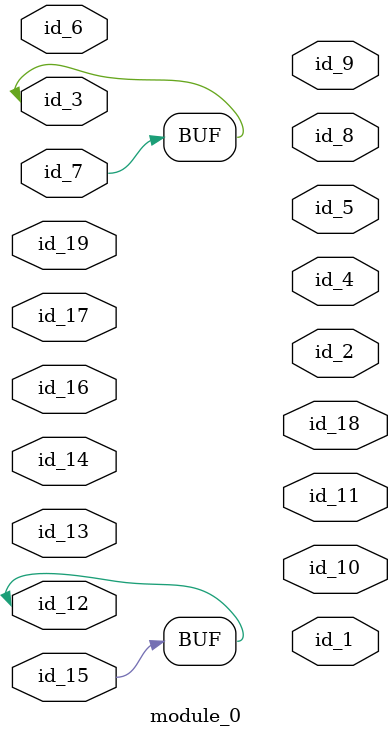
<source format=v>
module module_0 (
    id_1,
    id_2,
    id_3,
    id_4,
    id_5,
    id_6,
    id_7,
    id_8,
    id_9,
    id_10,
    id_11,
    id_12,
    id_13,
    id_14,
    id_15,
    id_16,
    id_17,
    id_18,
    id_19
);
  inout id_19;
  output id_18;
  input id_17;
  input id_16;
  input id_15;
  input id_14;
  inout id_13;
  inout id_12;
  output id_11;
  output id_10;
  output id_9;
  output id_8;
  input id_7;
  input id_6;
  output id_5;
  output id_4;
  inout id_3;
  output id_2;
  output id_1;
  assign id_3  = id_7;
  assign id_12 = id_15;
endmodule

</source>
